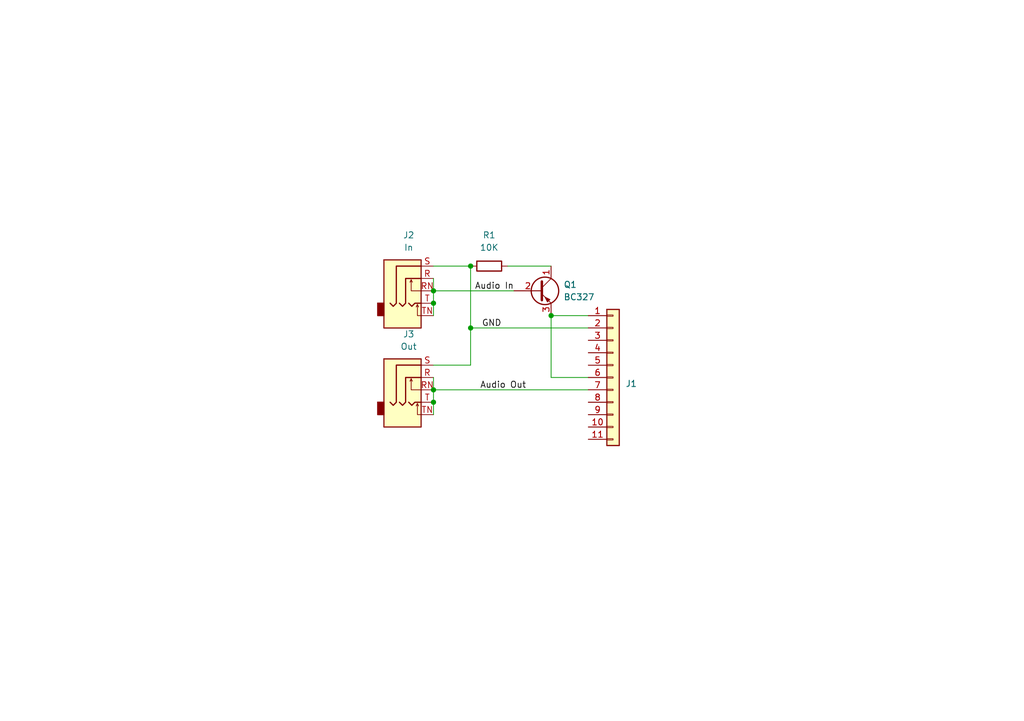
<source format=kicad_sch>
(kicad_sch (version 20210126) (generator eeschema)
  (paper "A5")
  (title_block (title "Sharp PC-1251 Audio Adapter") (date "28 Feb 2021") (rev "A") (company "Retro.Engineer") (comment 1 "License: Creative Commons Attribution 4.0"))
  (lib_symbols
    (symbol "Connector:AudioJack3_SwitchTR"
      (property "Reference" "J" (at 0 8.89 0))
      (property "Value" "AudioJack3_SwitchTR" (at 0 6.35 0))
      (symbol "AudioJack3_SwitchTR_0_1"
        (rectangle (start -5.08 -5.08) (end -6.35 -7.62) (stroke (width 0.254)) (fill (type outline)))
        (rectangle (start 2.54 3.81) (end -5.08 -10.16) (stroke (width 0.254)) (fill (type background)))
        (polyline (pts (xy 0.508 -0.254) (xy 0.762 -0.762)))
        (polyline (pts (xy 1.778 -5.334) (xy 2.032 -5.842)))
        (polyline (pts (xy 0 -5.08) (xy 0.635 -5.715) (xy 1.27 -5.08) (xy 2.54 -5.08)) (stroke (width 0.254)))
        (polyline (pts (xy 2.54 -7.62) (xy 1.778 -7.62) (xy 1.778 -5.334) (xy 1.524 -5.842)))
        (polyline (pts (xy 2.54 -2.54) (xy 0.508 -2.54) (xy 0.508 -0.254) (xy 0.254 -0.762)))
        (polyline (pts (xy -1.905 -5.08) (xy -1.27 -5.715) (xy -0.635 -5.08) (xy -0.635 0) (xy 2.54 0)) (stroke (width 0.254)))
        (polyline (pts (xy 2.54 2.54) (xy -2.54 2.54) (xy -2.54 -5.08) (xy -3.175 -5.715) (xy -3.81 -5.08)) (stroke (width 0.254)))
      )
      (symbol "AudioJack3_SwitchTR_1_1"
        (pin passive line (at 5.08 0 180) (length 2.54) (name "~") (number "R"))
        (pin passive line (at 5.08 -2.54 180) (length 2.54) (name "~") (number "RN"))
        (pin passive line (at 5.08 2.54 180) (length 2.54) (name "~") (number "S"))
        (pin passive line (at 5.08 -5.08 180) (length 2.54) (name "~") (number "T"))
        (pin passive line (at 5.08 -7.62 180) (length 2.54) (name "~") (number "TN"))
      )
    )
    (symbol "Connector_Generic:Conn_01x11" (pin_names (offset 1.016) hide)
      (property "Reference" "J" (at 0 15.24 0))
      (property "Value" "Conn_01x11" (at 0 -15.24 0))
      (symbol "Conn_01x11_1_1"
        (rectangle (start -1.27 -4.953) (end 0 -5.207) (stroke (width 0.1524)))
        (rectangle (start -1.27 -7.493) (end 0 -7.747) (stroke (width 0.1524)))
        (rectangle (start -1.27 -10.033) (end 0 -10.287) (stroke (width 0.1524)))
        (rectangle (start -1.27 -12.573) (end 0 -12.827) (stroke (width 0.1524)))
        (rectangle (start -1.27 -2.413) (end 0 -2.667) (stroke (width 0.1524)))
        (rectangle (start -1.27 2.667) (end 0 2.413) (stroke (width 0.1524)))
        (rectangle (start -1.27 5.207) (end 0 4.953) (stroke (width 0.1524)))
        (rectangle (start -1.27 7.747) (end 0 7.493) (stroke (width 0.1524)))
        (rectangle (start -1.27 10.287) (end 0 10.033) (stroke (width 0.1524)))
        (rectangle (start -1.27 0.127) (end 0 -0.127) (stroke (width 0.1524)))
        (rectangle (start -1.27 12.827) (end 0 12.573) (stroke (width 0.1524)))
        (rectangle (start -1.27 13.97) (end 1.27 -13.97) (stroke (width 0.254)) (fill (type background)))
        (pin passive line (at -5.08 12.7 0) (length 3.81) (name "Pin_1") (number "1"))
        (pin passive line (at -5.08 -10.16 0) (length 3.81) (name "Pin_10") (number "10"))
        (pin passive line (at -5.08 -12.7 0) (length 3.81) (name "Pin_11") (number "11"))
        (pin passive line (at -5.08 10.16 0) (length 3.81) (name "Pin_2") (number "2"))
        (pin passive line (at -5.08 7.62 0) (length 3.81) (name "Pin_3") (number "3"))
        (pin passive line (at -5.08 5.08 0) (length 3.81) (name "Pin_4") (number "4"))
        (pin passive line (at -5.08 2.54 0) (length 3.81) (name "Pin_5") (number "5"))
        (pin passive line (at -5.08 0 0) (length 3.81) (name "Pin_6") (number "6"))
        (pin passive line (at -5.08 -2.54 0) (length 3.81) (name "Pin_7") (number "7"))
        (pin passive line (at -5.08 -5.08 0) (length 3.81) (name "Pin_8") (number "8"))
        (pin passive line (at -5.08 -7.62 0) (length 3.81) (name "Pin_9") (number "9"))
      )
    )
    (symbol "Device:R" (pin_numbers hide) (pin_names (offset 0))
      (property "Reference" "R" (at 2.032 0 90))
      (property "Value" "R" (at 0 0 90))
      (symbol "R_0_1"
        (rectangle (start -1.016 -2.54) (end 1.016 2.54) (stroke (width 0.254)))
      )
      (symbol "R_1_1"
        (pin passive line (at 0 3.81 270) (length 1.27) (name "~") (number "1"))
        (pin passive line (at 0 -3.81 90) (length 1.27) (name "~") (number "2"))
      )
    )
    (symbol "Transistor_BJT:BC327" (pin_names (offset 0) hide)
      (property "Reference" "Q" (at 5.08 1.905 0))
      (property "Value" "BC327" (at 5.08 0 0))
      (symbol "BC327_0_1"
        (circle (center 1.27 0) (radius 2.8194) (stroke (width 0.254)))
        (polyline (pts (xy 0.635 0.635) (xy 2.54 2.54)))
        (polyline (pts (xy 0.635 -0.635) (xy 2.54 -2.54) (xy 2.54 -2.54)))
        (polyline (pts (xy 0.635 1.905) (xy 0.635 -1.905) (xy 0.635 -1.905)) (stroke (width 0.508)))
        (polyline (pts (xy 2.286 -1.778) (xy 1.778 -2.286) (xy 1.27 -1.27) (xy 2.286 -1.778) (xy 2.286 -1.778)) (fill (type outline)))
      )
      (symbol "BC327_1_1"
        (pin passive line (at 2.54 5.08 270) (length 2.54) (name "C") (number "1"))
        (pin input line (at -5.08 0 0) (length 5.715) (name "B") (number "2"))
        (pin passive line (at 2.54 -5.08 90) (length 2.54) (name "E") (number "3"))
      )
    )
  )
  (junction (at 88.9 59.69) (diameter 0.9144))
  (junction (at 88.9 62.23) (diameter 0.9144))
  (junction (at 88.9 80.01) (diameter 0.9144))
  (junction (at 88.9 82.55) (diameter 0.9144))
  (junction (at 96.52 54.61) (diameter 0.9144))
  (junction (at 96.52 67.31) (diameter 0.9144))
  (junction (at 113.03 64.77) (diameter 0.9144))
  (wire (pts (xy 88.9 54.61) (xy 96.52 54.61)))
  (wire (pts (xy 88.9 57.15) (xy 88.9 59.69)))
  (wire (pts (xy 88.9 59.69) (xy 88.9 62.23)))
  (wire (pts (xy 88.9 59.69) (xy 105.41 59.69)))
  (wire (pts (xy 88.9 62.23) (xy 88.9 64.77)))
  (wire (pts (xy 88.9 74.93) (xy 96.52 74.93)))
  (wire (pts (xy 88.9 77.47) (xy 88.9 80.01)))
  (wire (pts (xy 88.9 80.01) (xy 88.9 82.55)))
  (wire (pts (xy 88.9 80.01) (xy 120.65 80.01)))
  (wire (pts (xy 88.9 82.55) (xy 88.9 85.09)))
  (wire (pts (xy 96.52 54.61) (xy 96.52 67.31)))
  (wire (pts (xy 96.52 67.31) (xy 96.52 74.93)))
  (wire (pts (xy 96.52 67.31) (xy 120.65 67.31)))
  (wire (pts (xy 104.14 54.61) (xy 113.03 54.61)))
  (wire (pts (xy 113.03 64.77) (xy 113.03 77.47)))
  (wire (pts (xy 120.65 64.77) (xy 113.03 64.77)))
  (wire (pts (xy 120.65 77.47) (xy 113.03 77.47)))
  (label "GND" (at 102.87 67.31 180))
  (label "Audio In" (at 105.41 59.69 180))
  (label "Audio Out" (at 107.95 80.01 180))
  (symbol (lib_id "Device:R") (at 100.33 54.61 90) (unit 1)
    (property "Reference" "R1" (at 100.33 48.26 90))
    (property "Value" "10K" (at 100.33 50.8 90))
    (property "Footprint" "Resistor_THT:R_Axial_DIN0204_L3.6mm_D1.6mm_P7.62mm_Horizontal" (effects hide))
  )
  (symbol (lib_id "Transistor_BJT:BC327") (at 110.49 59.69 0) (unit 1)
    (property "Reference" "Q1" (at 115.57 58.42 0) (effects (justify left)))
    (property "Value" "BC327" (at 115.57 60.96 0) (effects (justify left)))
    (property "Footprint" "Package_TO_SOT_THT:TO-92_Inline" (effects hide))
    (property "Datasheet" "http://www.onsemi.com/pub_link/Collateral/BC327-D.PDF" (effects hide))
  )
  (symbol (lib_id "Connector:AudioJack3_SwitchTR") (at 83.82 57.15 0) (unit 1)
    (property "Reference" "J2" (at 83.82 48.26 0))
    (property "Value" "In" (at 83.82 50.8 0))
    (property "Footprint" "Connector_Audio:Jack_3.5mm_CUI_SJ1-3535NG_Horizontal" (effects hide))
  )
  (symbol (lib_id "Connector:AudioJack3_SwitchTR") (at 83.82 77.47 0) (unit 1)
    (property "Reference" "J3" (at 83.82 68.58 0))
    (property "Value" "Out" (at 83.82 71.12 0))
    (property "Footprint" "Connector_Audio:Jack_3.5mm_CUI_SJ1-3535NG_Horizontal" (effects hide))
  )
  (symbol (lib_id "Connector_Generic:Conn_01x11") (at 125.73 77.47 0) (unit 1)
    (property "Reference" "J1" (at 128.27 78.74 0) (effects (justify left)))
    (property "Value" "Conn_01x11" (effects hide))
    (property "Footprint" "Connector_PinHeader_2.54mm:PinHeader_1x11_P2.54mm_Vertical" (effects hide))
  )
)
</source>
